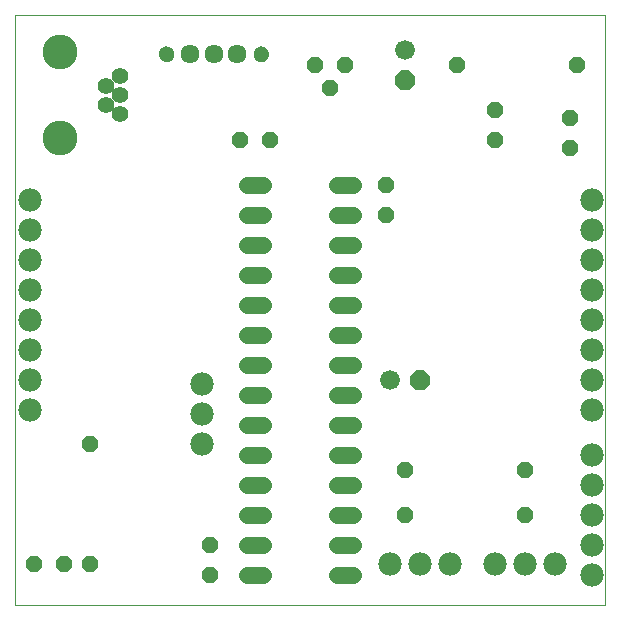
<source format=gbs>
G75*
%MOIN*%
%OFA0B0*%
%FSLAX25Y25*%
%IPPOS*%
%LPD*%
%AMOC8*
5,1,8,0,0,1.08239X$1,22.5*
%
%ADD10C,0.00000*%
%ADD11OC8,0.05600*%
%ADD12C,0.07800*%
%ADD13C,0.05600*%
%ADD14C,0.06337*%
%ADD15C,0.05124*%
%ADD16C,0.05550*%
%ADD17C,0.11620*%
%ADD18OC8,0.06600*%
%ADD19C,0.06600*%
D10*
X0001800Y0001800D02*
X0001800Y0198650D01*
X0198650Y0198650D01*
X0198650Y0001800D01*
X0001800Y0001800D01*
X0049940Y0185550D02*
X0049942Y0185647D01*
X0049948Y0185744D01*
X0049958Y0185840D01*
X0049972Y0185936D01*
X0049990Y0186032D01*
X0050011Y0186126D01*
X0050037Y0186220D01*
X0050066Y0186312D01*
X0050100Y0186403D01*
X0050136Y0186493D01*
X0050177Y0186581D01*
X0050221Y0186667D01*
X0050269Y0186752D01*
X0050320Y0186834D01*
X0050374Y0186915D01*
X0050432Y0186993D01*
X0050493Y0187068D01*
X0050556Y0187141D01*
X0050623Y0187212D01*
X0050693Y0187279D01*
X0050765Y0187344D01*
X0050840Y0187405D01*
X0050918Y0187464D01*
X0050997Y0187519D01*
X0051079Y0187571D01*
X0051163Y0187619D01*
X0051249Y0187664D01*
X0051337Y0187706D01*
X0051426Y0187744D01*
X0051517Y0187778D01*
X0051609Y0187808D01*
X0051702Y0187835D01*
X0051797Y0187857D01*
X0051892Y0187876D01*
X0051988Y0187891D01*
X0052084Y0187902D01*
X0052181Y0187909D01*
X0052278Y0187912D01*
X0052375Y0187911D01*
X0052472Y0187906D01*
X0052568Y0187897D01*
X0052664Y0187884D01*
X0052760Y0187867D01*
X0052855Y0187846D01*
X0052948Y0187822D01*
X0053041Y0187793D01*
X0053133Y0187761D01*
X0053223Y0187725D01*
X0053311Y0187686D01*
X0053398Y0187642D01*
X0053483Y0187596D01*
X0053566Y0187545D01*
X0053647Y0187492D01*
X0053725Y0187435D01*
X0053802Y0187375D01*
X0053875Y0187312D01*
X0053946Y0187246D01*
X0054014Y0187177D01*
X0054080Y0187105D01*
X0054142Y0187031D01*
X0054201Y0186954D01*
X0054257Y0186875D01*
X0054310Y0186793D01*
X0054360Y0186710D01*
X0054405Y0186624D01*
X0054448Y0186537D01*
X0054487Y0186448D01*
X0054522Y0186358D01*
X0054553Y0186266D01*
X0054580Y0186173D01*
X0054604Y0186079D01*
X0054624Y0185984D01*
X0054640Y0185888D01*
X0054652Y0185792D01*
X0054660Y0185695D01*
X0054664Y0185598D01*
X0054664Y0185502D01*
X0054660Y0185405D01*
X0054652Y0185308D01*
X0054640Y0185212D01*
X0054624Y0185116D01*
X0054604Y0185021D01*
X0054580Y0184927D01*
X0054553Y0184834D01*
X0054522Y0184742D01*
X0054487Y0184652D01*
X0054448Y0184563D01*
X0054405Y0184476D01*
X0054360Y0184390D01*
X0054310Y0184307D01*
X0054257Y0184225D01*
X0054201Y0184146D01*
X0054142Y0184069D01*
X0054080Y0183995D01*
X0054014Y0183923D01*
X0053946Y0183854D01*
X0053875Y0183788D01*
X0053802Y0183725D01*
X0053725Y0183665D01*
X0053647Y0183608D01*
X0053566Y0183555D01*
X0053483Y0183504D01*
X0053398Y0183458D01*
X0053311Y0183414D01*
X0053223Y0183375D01*
X0053133Y0183339D01*
X0053041Y0183307D01*
X0052948Y0183278D01*
X0052855Y0183254D01*
X0052760Y0183233D01*
X0052664Y0183216D01*
X0052568Y0183203D01*
X0052472Y0183194D01*
X0052375Y0183189D01*
X0052278Y0183188D01*
X0052181Y0183191D01*
X0052084Y0183198D01*
X0051988Y0183209D01*
X0051892Y0183224D01*
X0051797Y0183243D01*
X0051702Y0183265D01*
X0051609Y0183292D01*
X0051517Y0183322D01*
X0051426Y0183356D01*
X0051337Y0183394D01*
X0051249Y0183436D01*
X0051163Y0183481D01*
X0051079Y0183529D01*
X0050997Y0183581D01*
X0050918Y0183636D01*
X0050840Y0183695D01*
X0050765Y0183756D01*
X0050693Y0183821D01*
X0050623Y0183888D01*
X0050556Y0183959D01*
X0050493Y0184032D01*
X0050432Y0184107D01*
X0050374Y0184185D01*
X0050320Y0184266D01*
X0050269Y0184348D01*
X0050221Y0184433D01*
X0050177Y0184519D01*
X0050136Y0184607D01*
X0050100Y0184697D01*
X0050066Y0184788D01*
X0050037Y0184880D01*
X0050011Y0184974D01*
X0049990Y0185068D01*
X0049972Y0185164D01*
X0049958Y0185260D01*
X0049948Y0185356D01*
X0049942Y0185453D01*
X0049940Y0185550D01*
X0081436Y0185550D02*
X0081438Y0185647D01*
X0081444Y0185744D01*
X0081454Y0185840D01*
X0081468Y0185936D01*
X0081486Y0186032D01*
X0081507Y0186126D01*
X0081533Y0186220D01*
X0081562Y0186312D01*
X0081596Y0186403D01*
X0081632Y0186493D01*
X0081673Y0186581D01*
X0081717Y0186667D01*
X0081765Y0186752D01*
X0081816Y0186834D01*
X0081870Y0186915D01*
X0081928Y0186993D01*
X0081989Y0187068D01*
X0082052Y0187141D01*
X0082119Y0187212D01*
X0082189Y0187279D01*
X0082261Y0187344D01*
X0082336Y0187405D01*
X0082414Y0187464D01*
X0082493Y0187519D01*
X0082575Y0187571D01*
X0082659Y0187619D01*
X0082745Y0187664D01*
X0082833Y0187706D01*
X0082922Y0187744D01*
X0083013Y0187778D01*
X0083105Y0187808D01*
X0083198Y0187835D01*
X0083293Y0187857D01*
X0083388Y0187876D01*
X0083484Y0187891D01*
X0083580Y0187902D01*
X0083677Y0187909D01*
X0083774Y0187912D01*
X0083871Y0187911D01*
X0083968Y0187906D01*
X0084064Y0187897D01*
X0084160Y0187884D01*
X0084256Y0187867D01*
X0084351Y0187846D01*
X0084444Y0187822D01*
X0084537Y0187793D01*
X0084629Y0187761D01*
X0084719Y0187725D01*
X0084807Y0187686D01*
X0084894Y0187642D01*
X0084979Y0187596D01*
X0085062Y0187545D01*
X0085143Y0187492D01*
X0085221Y0187435D01*
X0085298Y0187375D01*
X0085371Y0187312D01*
X0085442Y0187246D01*
X0085510Y0187177D01*
X0085576Y0187105D01*
X0085638Y0187031D01*
X0085697Y0186954D01*
X0085753Y0186875D01*
X0085806Y0186793D01*
X0085856Y0186710D01*
X0085901Y0186624D01*
X0085944Y0186537D01*
X0085983Y0186448D01*
X0086018Y0186358D01*
X0086049Y0186266D01*
X0086076Y0186173D01*
X0086100Y0186079D01*
X0086120Y0185984D01*
X0086136Y0185888D01*
X0086148Y0185792D01*
X0086156Y0185695D01*
X0086160Y0185598D01*
X0086160Y0185502D01*
X0086156Y0185405D01*
X0086148Y0185308D01*
X0086136Y0185212D01*
X0086120Y0185116D01*
X0086100Y0185021D01*
X0086076Y0184927D01*
X0086049Y0184834D01*
X0086018Y0184742D01*
X0085983Y0184652D01*
X0085944Y0184563D01*
X0085901Y0184476D01*
X0085856Y0184390D01*
X0085806Y0184307D01*
X0085753Y0184225D01*
X0085697Y0184146D01*
X0085638Y0184069D01*
X0085576Y0183995D01*
X0085510Y0183923D01*
X0085442Y0183854D01*
X0085371Y0183788D01*
X0085298Y0183725D01*
X0085221Y0183665D01*
X0085143Y0183608D01*
X0085062Y0183555D01*
X0084979Y0183504D01*
X0084894Y0183458D01*
X0084807Y0183414D01*
X0084719Y0183375D01*
X0084629Y0183339D01*
X0084537Y0183307D01*
X0084444Y0183278D01*
X0084351Y0183254D01*
X0084256Y0183233D01*
X0084160Y0183216D01*
X0084064Y0183203D01*
X0083968Y0183194D01*
X0083871Y0183189D01*
X0083774Y0183188D01*
X0083677Y0183191D01*
X0083580Y0183198D01*
X0083484Y0183209D01*
X0083388Y0183224D01*
X0083293Y0183243D01*
X0083198Y0183265D01*
X0083105Y0183292D01*
X0083013Y0183322D01*
X0082922Y0183356D01*
X0082833Y0183394D01*
X0082745Y0183436D01*
X0082659Y0183481D01*
X0082575Y0183529D01*
X0082493Y0183581D01*
X0082414Y0183636D01*
X0082336Y0183695D01*
X0082261Y0183756D01*
X0082189Y0183821D01*
X0082119Y0183888D01*
X0082052Y0183959D01*
X0081989Y0184032D01*
X0081928Y0184107D01*
X0081870Y0184185D01*
X0081816Y0184266D01*
X0081765Y0184348D01*
X0081717Y0184433D01*
X0081673Y0184519D01*
X0081632Y0184607D01*
X0081596Y0184697D01*
X0081562Y0184788D01*
X0081533Y0184880D01*
X0081507Y0184974D01*
X0081486Y0185068D01*
X0081468Y0185164D01*
X0081454Y0185260D01*
X0081444Y0185356D01*
X0081438Y0185453D01*
X0081436Y0185550D01*
D11*
X0101800Y0181800D03*
X0106800Y0174300D03*
X0111800Y0181800D03*
X0086800Y0156800D03*
X0076800Y0156800D03*
X0125550Y0141800D03*
X0125550Y0131800D03*
X0161800Y0156800D03*
X0161800Y0166800D03*
X0149300Y0181800D03*
X0186800Y0164300D03*
X0186800Y0154300D03*
X0189300Y0181800D03*
X0171800Y0046800D03*
X0171800Y0031800D03*
X0131800Y0031800D03*
X0131800Y0046800D03*
X0066800Y0021800D03*
X0066800Y0011800D03*
X0026800Y0015550D03*
X0018050Y0015550D03*
X0008050Y0015550D03*
X0026800Y0055550D03*
D12*
X0006800Y0066800D03*
X0006800Y0076800D03*
X0006800Y0086800D03*
X0006800Y0096800D03*
X0006800Y0106800D03*
X0006800Y0116800D03*
X0006800Y0126800D03*
X0006800Y0136800D03*
X0064300Y0075550D03*
X0064300Y0065550D03*
X0064300Y0055550D03*
X0126800Y0015550D03*
X0136800Y0015550D03*
X0146800Y0015550D03*
X0161800Y0015550D03*
X0171800Y0015550D03*
X0181800Y0015550D03*
X0194300Y0011800D03*
X0194300Y0021800D03*
X0194300Y0031800D03*
X0194300Y0041800D03*
X0194300Y0051800D03*
X0194300Y0066800D03*
X0194300Y0076800D03*
X0194300Y0086800D03*
X0194300Y0096800D03*
X0194300Y0106800D03*
X0194300Y0116800D03*
X0194300Y0126800D03*
X0194300Y0136800D03*
D13*
X0114400Y0131800D02*
X0109200Y0131800D01*
X0109200Y0121800D02*
X0114400Y0121800D01*
X0114400Y0111800D02*
X0109200Y0111800D01*
X0109200Y0101800D02*
X0114400Y0101800D01*
X0114400Y0091800D02*
X0109200Y0091800D01*
X0109200Y0081800D02*
X0114400Y0081800D01*
X0114400Y0071800D02*
X0109200Y0071800D01*
X0109200Y0061800D02*
X0114400Y0061800D01*
X0114400Y0051800D02*
X0109200Y0051800D01*
X0109200Y0041800D02*
X0114400Y0041800D01*
X0114400Y0031800D02*
X0109200Y0031800D01*
X0109200Y0021800D02*
X0114400Y0021800D01*
X0114400Y0011800D02*
X0109200Y0011800D01*
X0084400Y0011800D02*
X0079200Y0011800D01*
X0079200Y0021800D02*
X0084400Y0021800D01*
X0084400Y0031800D02*
X0079200Y0031800D01*
X0079200Y0041800D02*
X0084400Y0041800D01*
X0084400Y0051800D02*
X0079200Y0051800D01*
X0079200Y0061800D02*
X0084400Y0061800D01*
X0084400Y0071800D02*
X0079200Y0071800D01*
X0079200Y0081800D02*
X0084400Y0081800D01*
X0084400Y0091800D02*
X0079200Y0091800D01*
X0079200Y0101800D02*
X0084400Y0101800D01*
X0084400Y0111800D02*
X0079200Y0111800D01*
X0079200Y0121800D02*
X0084400Y0121800D01*
X0084400Y0131800D02*
X0079200Y0131800D01*
X0079200Y0141800D02*
X0084400Y0141800D01*
X0109200Y0141800D02*
X0114400Y0141800D01*
D14*
X0075924Y0185550D03*
X0068050Y0185550D03*
X0060176Y0185550D03*
D15*
X0052302Y0185550D03*
X0083798Y0185550D03*
D16*
X0036879Y0178099D03*
X0032154Y0174950D03*
X0036879Y0171800D03*
X0032154Y0168650D03*
X0036879Y0165501D03*
D17*
X0016800Y0157430D03*
X0016800Y0186170D03*
D18*
X0131800Y0176800D03*
X0136800Y0076800D03*
D19*
X0126800Y0076800D03*
X0131800Y0186800D03*
M02*

</source>
